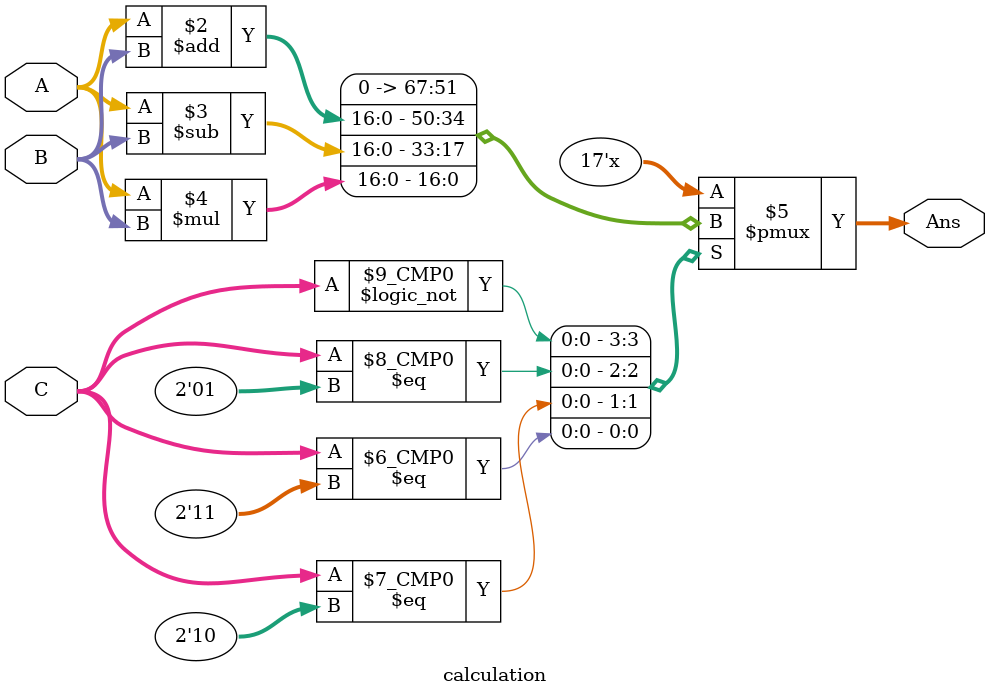
<source format=v>
module calculation(
    input [7:0] A,
    input [7:0] B,
    input [1:0] C,
    output reg signed [16:0] Ans
    );
    always @(*)begin
    case(C)
      2'd0:begin
      Ans=0;
      end
    
      2'd1:begin
      Ans=A+B;
      end
    
      2'd2:begin
      Ans=A-B;
      end
    
      2'd3:begin
      Ans=A*B;
      end
    endcase
    end
endmodule
</source>
